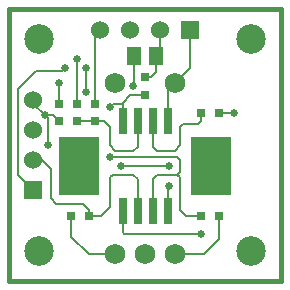
<source format=gbl>
G04 (created by PCBNEW (2013-01-21 BZR 3918)-testing) date Tue 22 Jan 2013 11:51:19 AM CET*
%MOIN*%
G04 Gerber Fmt 3.4, Leading zero omitted, Abs format*
%FSLAX34Y34*%
G01*
G70*
G90*
G04 APERTURE LIST*
%ADD10C,3.14961e-06*%
%ADD11C,0.015*%
%ADD12R,0.06X0.06*%
%ADD13C,0.06*%
%ADD14R,0.0275591X0.0866142*%
%ADD15C,0.0688976*%
%ADD16R,0.137795X0.19685*%
%ADD17R,0.0314X0.0314*%
%ADD18R,0.0511X0.059*%
%ADD19C,0.0984252*%
%ADD20C,0.025*%
%ADD21C,0.008*%
G04 APERTURE END LIST*
G54D10*
G54D11*
X49015Y-42716D02*
X49015Y-33661D01*
X39960Y-42716D02*
X49015Y-42716D01*
X39960Y-33661D02*
X39960Y-42716D01*
X39960Y-33661D02*
X49015Y-33661D01*
G54D12*
X40748Y-39688D03*
G54D13*
X40748Y-38688D03*
X40748Y-37688D03*
X40748Y-36688D03*
G54D12*
X45988Y-34350D03*
G54D13*
X44988Y-34350D03*
X43988Y-34350D03*
X42988Y-34350D03*
G54D14*
X43738Y-37377D03*
X44238Y-37377D03*
X44738Y-37377D03*
X45238Y-37377D03*
X45238Y-40377D03*
X44738Y-40377D03*
X44238Y-40377D03*
X43738Y-40377D03*
G54D15*
X43503Y-41830D03*
X45472Y-41830D03*
X44488Y-41830D03*
X45472Y-36122D03*
X43503Y-36122D03*
G54D16*
X46692Y-38877D03*
X42283Y-38877D03*
G54D17*
X42814Y-36811D03*
X42814Y-37401D03*
X42224Y-36811D03*
X42224Y-37401D03*
X42027Y-40551D03*
X42617Y-40551D03*
X46948Y-40551D03*
X46358Y-40551D03*
X41633Y-36811D03*
X41633Y-37401D03*
G54D18*
X44862Y-35236D03*
X44114Y-35236D03*
G54D19*
X48031Y-41732D03*
X40944Y-34645D03*
X40944Y-41732D03*
X48031Y-34645D03*
G54D17*
X44488Y-35925D03*
X44488Y-36515D03*
X46948Y-37106D03*
X46358Y-37106D03*
G54D20*
X41633Y-36122D03*
X43307Y-38582D03*
X41240Y-38188D03*
X41141Y-37204D03*
X45275Y-39566D03*
X45275Y-38877D03*
X43700Y-38877D03*
X47440Y-37106D03*
X43307Y-36909D03*
X42519Y-36417D03*
X42519Y-35629D03*
X41830Y-35629D03*
X44094Y-36220D03*
X42224Y-35334D03*
X46358Y-41141D03*
G54D21*
X41633Y-36811D02*
X41633Y-36122D01*
X42027Y-40551D02*
X42027Y-41240D01*
X42618Y-41830D02*
X43503Y-41830D01*
X42027Y-41240D02*
X42618Y-41830D01*
X45472Y-41830D02*
X46456Y-41830D01*
X46948Y-41338D02*
X46948Y-40551D01*
X46456Y-41830D02*
X46948Y-41338D01*
X42814Y-37401D02*
X42224Y-37401D01*
X43110Y-37401D02*
X42815Y-37401D01*
X42815Y-37401D02*
X42814Y-37401D01*
X44238Y-37377D02*
X44238Y-38242D01*
X43307Y-37598D02*
X43110Y-37401D01*
X43307Y-38188D02*
X43307Y-37598D01*
X43503Y-38385D02*
X43307Y-38188D01*
X44094Y-38385D02*
X43503Y-38385D01*
X44238Y-38242D02*
X44094Y-38385D01*
X45669Y-39074D02*
X45570Y-39173D01*
X45669Y-38681D02*
X45669Y-39074D01*
X45570Y-38582D02*
X45669Y-38681D01*
X43307Y-38582D02*
X45570Y-38582D01*
X44738Y-40377D02*
X44738Y-39316D01*
X45866Y-40551D02*
X46358Y-40551D01*
X45669Y-40354D02*
X45866Y-40551D01*
X45669Y-39271D02*
X45669Y-40354D01*
X45570Y-39173D02*
X45669Y-39271D01*
X44881Y-39173D02*
X45570Y-39173D01*
X44738Y-39316D02*
X44881Y-39173D01*
X41240Y-38188D02*
X41240Y-37303D01*
X41141Y-37204D02*
X41240Y-37303D01*
X45238Y-39604D02*
X45275Y-39566D01*
X45275Y-38877D02*
X43700Y-38877D01*
X45238Y-39604D02*
X45238Y-40377D01*
X40748Y-36688D02*
X40748Y-36811D01*
X40748Y-36811D02*
X41141Y-37204D01*
X41141Y-37204D02*
X41437Y-37204D01*
X41437Y-37204D02*
X41633Y-37401D01*
X41142Y-37204D02*
X41141Y-37204D01*
X47440Y-37106D02*
X46948Y-37106D01*
X46948Y-37106D02*
X46948Y-37106D01*
X40748Y-39688D02*
X40748Y-39665D01*
X43405Y-36811D02*
X43738Y-36811D01*
X43307Y-36909D02*
X43405Y-36811D01*
X42519Y-35629D02*
X42519Y-36417D01*
X41732Y-35728D02*
X41830Y-35629D01*
X40846Y-35728D02*
X41732Y-35728D01*
X40255Y-36318D02*
X40846Y-35728D01*
X40255Y-39173D02*
X40255Y-36318D01*
X40748Y-39665D02*
X40255Y-39173D01*
X44488Y-36515D02*
X43996Y-36515D01*
X43738Y-36773D02*
X43738Y-36811D01*
X43738Y-36811D02*
X43738Y-37377D01*
X43996Y-36515D02*
X43738Y-36773D01*
X40748Y-38688D02*
X41051Y-38688D01*
X42617Y-40354D02*
X42617Y-40551D01*
X42421Y-40157D02*
X42617Y-40354D01*
X41535Y-40157D02*
X42421Y-40157D01*
X41338Y-39960D02*
X41535Y-40157D01*
X41338Y-38976D02*
X41338Y-39960D01*
X41051Y-38688D02*
X41338Y-38976D01*
X43307Y-40255D02*
X43307Y-39271D01*
X43011Y-40551D02*
X43307Y-40255D01*
X42617Y-40551D02*
X43011Y-40551D01*
X44238Y-39316D02*
X44238Y-40377D01*
X44094Y-39173D02*
X44238Y-39316D01*
X43405Y-39173D02*
X44094Y-39173D01*
X43307Y-39271D02*
X43405Y-39173D01*
X42814Y-36811D02*
X42814Y-34523D01*
X42814Y-34523D02*
X42988Y-34350D01*
X44114Y-36200D02*
X44094Y-36220D01*
X44114Y-35236D02*
X44114Y-36200D01*
X45238Y-37377D02*
X45238Y-36356D01*
X45238Y-36356D02*
X45472Y-36122D01*
X45988Y-34350D02*
X45988Y-35606D01*
X45988Y-35606D02*
X45472Y-36122D01*
X45669Y-37598D02*
X45767Y-37500D01*
X44738Y-38242D02*
X44881Y-38385D01*
X44881Y-38385D02*
X45472Y-38385D01*
X45472Y-38385D02*
X45669Y-38188D01*
X45669Y-38188D02*
X45669Y-37598D01*
X44738Y-37377D02*
X44738Y-38242D01*
X46358Y-37401D02*
X46358Y-37106D01*
X46259Y-37500D02*
X46358Y-37401D01*
X45767Y-37500D02*
X46259Y-37500D01*
X42224Y-36811D02*
X42224Y-35334D01*
X44488Y-35925D02*
X44684Y-35925D01*
X44684Y-35925D02*
X44862Y-35748D01*
X43738Y-41080D02*
X43799Y-41141D01*
X43799Y-41141D02*
X46358Y-41141D01*
X43738Y-40377D02*
X43738Y-41080D01*
X44862Y-35748D02*
X44862Y-35236D01*
X44988Y-34350D02*
X44988Y-35110D01*
X44988Y-35110D02*
X44862Y-35236D01*
M02*

</source>
